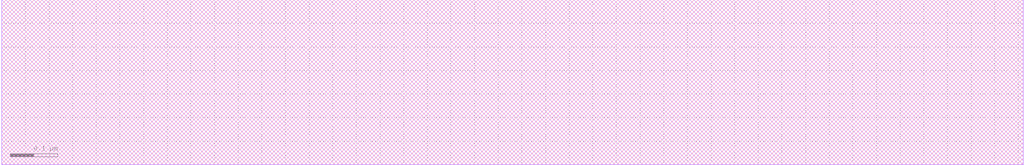
<source format=lef>
# Copyright 2020 The SkyWater PDK Authors
#
# Licensed under the Apache License, Version 2.0 (the "License");
# you may not use this file except in compliance with the License.
# You may obtain a copy of the License at
#
#     https://www.apache.org/licenses/LICENSE-2.0
#
# Unless required by applicable law or agreed to in writing, software
# distributed under the License is distributed on an "AS IS" BASIS,
# WITHOUT WARRANTIES OR CONDITIONS OF ANY KIND, either express or implied.
# See the License for the specific language governing permissions and
# limitations under the License.
#
# SPDX-License-Identifier: Apache-2.0

VERSION 5.7 ;
  NOWIREEXTENSIONATPIN ON ;
  DIVIDERCHAR "/" ;
  BUSBITCHARS "[]" ;
MACRO sky130_fd_pr__res_high_pol1_0p35__example1
  CLASS BLOCK ;
  FOREIGN sky130_fd_pr__res_high_pol1_0p35__example1 ;
  ORIGIN  0.000000  0.000000 ;
  SIZE  2.160000 BY  0.350000 ;
  OBS
    LAYER li1 ;
      RECT 0.000000 0.000000 2.160000 0.350000 ;
  END
END sky130_fd_pr__res_high_pol1_0p35__example1
END LIBRARY

</source>
